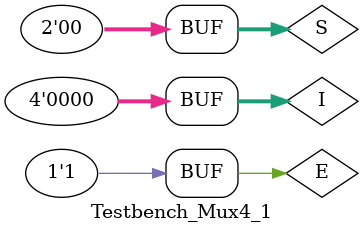
<source format=v>
`timescale 1ns / 1ps


module Testbench_Mux4_1;

	// Inputs
	reg [3:0] I;
	reg [1:0] S;
	reg E;

	// Outputs
	wire Y;

	// Instantiate the Unit Under Test (UUT)
	Mux4_1 uut (
		.I(I), 
		.S(S), 
		.E(E), 
		.Y(Y)
	);

	initial begin
		// Initialize Inputs
		I = 0;
		S = 0;
		E = 0;

		// Wait 100 ns for global reset to finish
		#100;
        
		// Add stimulus here
	E = 1;
	
	I = 1;
	#100;
	I = 0;
	#100;
	I = 1;
	#100;
	I = 0;
	#100;
	I = 1;
	#100;
	I = 0;
	#100;
	
	end
      
endmodule


</source>
